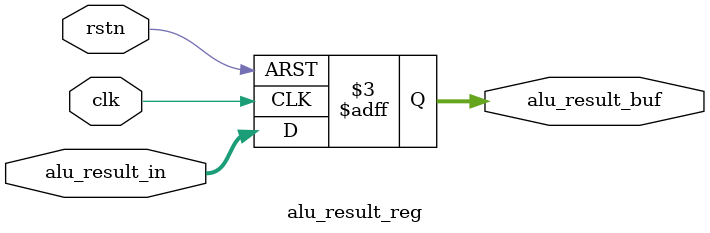
<source format=v>
module alu_result_reg (
  input clk, 
  input rstn,

  input [31:0] alu_result_in,
  output reg [31:0] alu_result_buf
);

always @ (posedge clk or negedge rstn) begin
  if (!rstn) alu_result_buf <= 32'b0;
  else alu_result_buf <= alu_result_in;
end

endmodule

</source>
